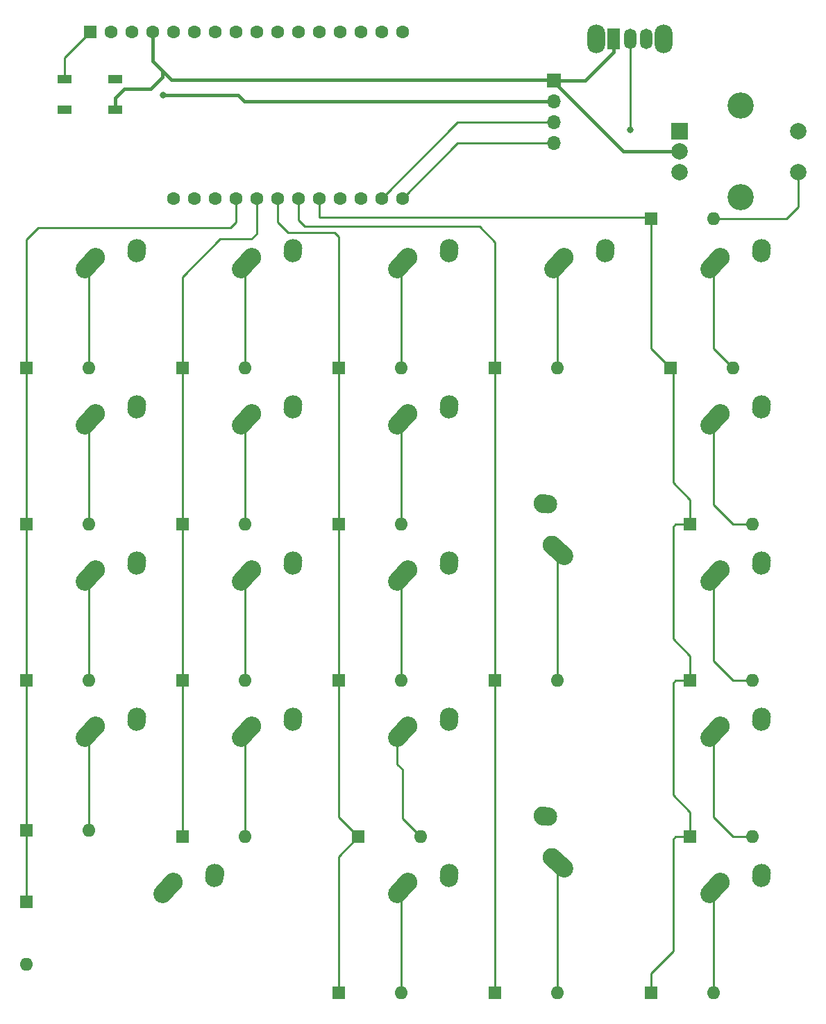
<source format=gtl>
G04 #@! TF.GenerationSoftware,KiCad,Pcbnew,(6.0.8)*
G04 #@! TF.CreationDate,2022-10-30T18:54:34+01:00*
G04 #@! TF.ProjectId,Project-macropad-V2,50726f6a-6563-4742-9d6d-6163726f7061,rev?*
G04 #@! TF.SameCoordinates,Original*
G04 #@! TF.FileFunction,Copper,L1,Top*
G04 #@! TF.FilePolarity,Positive*
%FSLAX46Y46*%
G04 Gerber Fmt 4.6, Leading zero omitted, Abs format (unit mm)*
G04 Created by KiCad (PCBNEW (6.0.8)) date 2022-10-30 18:54:34*
%MOMM*%
%LPD*%
G01*
G04 APERTURE LIST*
G04 Aperture macros list*
%AMHorizOval*
0 Thick line with rounded ends*
0 $1 width*
0 $2 $3 position (X,Y) of the first rounded end (center of the circle)*
0 $4 $5 position (X,Y) of the second rounded end (center of the circle)*
0 Add line between two ends*
20,1,$1,$2,$3,$4,$5,0*
0 Add two circle primitives to create the rounded ends*
1,1,$1,$2,$3*
1,1,$1,$4,$5*%
G04 Aperture macros list end*
G04 #@! TA.AperFunction,ComponentPad*
%ADD10C,2.250000*%
G04 #@! TD*
G04 #@! TA.AperFunction,ComponentPad*
%ADD11HorizOval,2.250000X0.655001X0.730000X-0.655001X-0.730000X0*%
G04 #@! TD*
G04 #@! TA.AperFunction,ComponentPad*
%ADD12HorizOval,2.250000X0.020000X0.290000X-0.020000X-0.290000X0*%
G04 #@! TD*
G04 #@! TA.AperFunction,ComponentPad*
%ADD13R,1.600000X1.600000*%
G04 #@! TD*
G04 #@! TA.AperFunction,ComponentPad*
%ADD14O,1.600000X1.600000*%
G04 #@! TD*
G04 #@! TA.AperFunction,ComponentPad*
%ADD15R,1.700000X1.700000*%
G04 #@! TD*
G04 #@! TA.AperFunction,ComponentPad*
%ADD16O,1.700000X1.700000*%
G04 #@! TD*
G04 #@! TA.AperFunction,ComponentPad*
%ADD17HorizOval,2.250000X-0.730000X0.655001X0.730000X-0.655001X0*%
G04 #@! TD*
G04 #@! TA.AperFunction,ComponentPad*
%ADD18HorizOval,2.250000X-0.290000X0.020000X0.290000X-0.020000X0*%
G04 #@! TD*
G04 #@! TA.AperFunction,ComponentPad*
%ADD19R,2.000000X2.000000*%
G04 #@! TD*
G04 #@! TA.AperFunction,ComponentPad*
%ADD20C,2.000000*%
G04 #@! TD*
G04 #@! TA.AperFunction,ComponentPad*
%ADD21C,3.200000*%
G04 #@! TD*
G04 #@! TA.AperFunction,ComponentPad*
%ADD22O,1.500000X2.500000*%
G04 #@! TD*
G04 #@! TA.AperFunction,ComponentPad*
%ADD23R,1.500000X2.500000*%
G04 #@! TD*
G04 #@! TA.AperFunction,ComponentPad*
%ADD24O,2.200000X3.500000*%
G04 #@! TD*
G04 #@! TA.AperFunction,ComponentPad*
%ADD25C,1.600000*%
G04 #@! TD*
G04 #@! TA.AperFunction,SMDPad,CuDef*
%ADD26R,1.800000X1.100000*%
G04 #@! TD*
G04 #@! TA.AperFunction,ViaPad*
%ADD27C,0.800000*%
G04 #@! TD*
G04 #@! TA.AperFunction,Conductor*
%ADD28C,0.254000*%
G04 #@! TD*
G04 #@! TA.AperFunction,Conductor*
%ADD29C,0.381000*%
G04 #@! TD*
G04 APERTURE END LIST*
D10*
G04 #@! TO.P,MX6,1,COL*
G04 #@! TO.N,Net-(D6-Pad2)*
X137200000Y-53150000D03*
D11*
X136545001Y-53880000D03*
D12*
G04 #@! TO.P,MX6,2,ROW*
G04 #@! TO.N,ROW1*
X142220000Y-52360000D03*
D10*
X142240000Y-52070000D03*
G04 #@! TD*
D13*
G04 #@! TO.P,D13,1,K*
G04 #@! TO.N,COL2*
X150177500Y-123825000D03*
D14*
G04 #@! TO.P,D13,2,A*
G04 #@! TO.N,Net-(D13-Pad2)*
X157797500Y-123825000D03*
G04 #@! TD*
D15*
G04 #@! TO.P,J1,1,Pin_1*
G04 #@! TO.N,GND*
X174079000Y-31611000D03*
D16*
G04 #@! TO.P,J1,2,Pin_2*
G04 #@! TO.N,+3V3*
X174079000Y-34151000D03*
G04 #@! TO.P,J1,3,Pin_3*
G04 #@! TO.N,SCL*
X174079000Y-36691000D03*
G04 #@! TO.P,J1,4,Pin_4*
G04 #@! TO.N,SDA*
X174079000Y-39231000D03*
G04 #@! TD*
D11*
G04 #@! TO.P,MX18,1,COL*
G04 #@! TO.N,Net-(D18-Pad2)*
X193695001Y-53880000D03*
D10*
X194350000Y-53150000D03*
D12*
G04 #@! TO.P,MX18,2,ROW*
G04 #@! TO.N,ROW1*
X199370000Y-52360000D03*
D10*
X199390000Y-52070000D03*
G04 #@! TD*
D14*
G04 #@! TO.P,D4,2,A*
G04 #@! TO.N,Net-(D4-Pad2)*
X117316250Y-123031250D03*
D13*
G04 #@! TO.P,D4,1,K*
G04 #@! TO.N,COL0*
X109696250Y-123031250D03*
G04 #@! TD*
D17*
G04 #@! TO.P,MX16,1,COL*
G04 #@! TO.N,Net-(D16-Pad2)*
X174530000Y-88879999D03*
D10*
X173800000Y-88225000D03*
D18*
G04 #@! TO.P,MX16,2,ROW*
G04 #@! TO.N,ROW2*
X173010000Y-83205000D03*
D10*
X172720000Y-83185000D03*
G04 #@! TD*
G04 #@! TO.P,MX20,1,COL*
G04 #@! TO.N,Net-(D20-Pad2)*
X194350000Y-91250000D03*
D11*
X193695001Y-91980000D03*
D10*
G04 #@! TO.P,MX20,2,ROW*
G04 #@! TO.N,ROW3*
X199390000Y-90170000D03*
D12*
X199370000Y-90460000D03*
G04 #@! TD*
D10*
G04 #@! TO.P,MX1,1,COL*
G04 #@! TO.N,Net-(D1-Pad2)*
X118150000Y-53150000D03*
D11*
X117495001Y-53880000D03*
D12*
G04 #@! TO.P,MX1,2,ROW*
G04 #@! TO.N,ROW1*
X123170000Y-52360000D03*
D10*
X123190000Y-52070000D03*
G04 #@! TD*
G04 #@! TO.P,MX13,1,COL*
G04 #@! TO.N,Net-(D13-Pad2)*
X156250000Y-110300000D03*
D11*
X155595001Y-111030000D03*
D10*
G04 #@! TO.P,MX13,2,ROW*
G04 #@! TO.N,ROW4*
X161290000Y-109220000D03*
D12*
X161270000Y-109510000D03*
G04 #@! TD*
D13*
G04 #@! TO.P,D11,1,K*
G04 #@! TO.N,COL2*
X147796250Y-85725000D03*
D14*
G04 #@! TO.P,D11,2,A*
G04 #@! TO.N,Net-(D11-Pad2)*
X155416250Y-85725000D03*
G04 #@! TD*
D17*
G04 #@! TO.P,MX17,1,COL*
G04 #@! TO.N,Net-(D17-Pad2)*
X174530000Y-126979999D03*
D10*
X173800000Y-126325000D03*
D18*
G04 #@! TO.P,MX17,2,ROW*
G04 #@! TO.N,ROW4*
X173010000Y-121305000D03*
D10*
X172720000Y-121285000D03*
G04 #@! TD*
D14*
G04 #@! TO.P,D3,2,A*
G04 #@! TO.N,Net-(D3-Pad2)*
X117316250Y-104775000D03*
D13*
G04 #@! TO.P,D3,1,K*
G04 #@! TO.N,COL0*
X109696250Y-104775000D03*
G04 #@! TD*
G04 #@! TO.P,D7,1,K*
G04 #@! TO.N,COL1*
X128746250Y-85725000D03*
D14*
G04 #@! TO.P,D7,2,A*
G04 #@! TO.N,Net-(D7-Pad2)*
X136366250Y-85725000D03*
G04 #@! TD*
D10*
G04 #@! TO.P,MX7,1,COL*
G04 #@! TO.N,Net-(D7-Pad2)*
X137200000Y-72200000D03*
D11*
X136545001Y-72930000D03*
D12*
G04 #@! TO.P,MX7,2,ROW*
G04 #@! TO.N,ROW2*
X142220000Y-71410000D03*
D10*
X142240000Y-71120000D03*
G04 #@! TD*
D11*
G04 #@! TO.P,MX10,1,COL*
G04 #@! TO.N,Net-(D10-Pad2)*
X155595001Y-53880000D03*
D10*
X156250000Y-53150000D03*
G04 #@! TO.P,MX10,2,ROW*
G04 #@! TO.N,ROW1*
X161290000Y-52070000D03*
D12*
X161270000Y-52360000D03*
G04 #@! TD*
D10*
G04 #@! TO.P,MX14,1,COL*
G04 #@! TO.N,Net-(D14-Pad2)*
X156250000Y-129350000D03*
D11*
X155595001Y-130080000D03*
D12*
G04 #@! TO.P,MX14,2,ROW*
G04 #@! TO.N,ROW5*
X161270000Y-128560000D03*
D10*
X161290000Y-128270000D03*
G04 #@! TD*
D13*
G04 #@! TO.P,D14,1,K*
G04 #@! TO.N,COL2*
X147796250Y-142875000D03*
D14*
G04 #@! TO.P,D14,2,A*
G04 #@! TO.N,Net-(D14-Pad2)*
X155416250Y-142875000D03*
G04 #@! TD*
D13*
G04 #@! TO.P,D19,1,K*
G04 #@! TO.N,COL4*
X190658750Y-85725000D03*
D14*
G04 #@! TO.P,D19,2,A*
G04 #@! TO.N,Net-(D19-Pad2)*
X198278750Y-85725000D03*
G04 #@! TD*
D13*
G04 #@! TO.P,D9,1,K*
G04 #@! TO.N,COL1*
X128746250Y-123825000D03*
D14*
G04 #@! TO.P,D9,2,A*
G04 #@! TO.N,Net-(D9-Pad2)*
X136366250Y-123825000D03*
G04 #@! TD*
G04 #@! TO.P,D1,2,A*
G04 #@! TO.N,Net-(D1-Pad2)*
X117316250Y-66675000D03*
D13*
G04 #@! TO.P,D1,1,K*
G04 #@! TO.N,COL0*
X109696250Y-66675000D03*
G04 #@! TD*
G04 #@! TO.P,D5,1,K*
G04 #@! TO.N,COL0*
X109696250Y-131762500D03*
D14*
G04 #@! TO.P,D5,2,A*
G04 #@! TO.N,Net-(D5-Pad2)*
X109696250Y-139382500D03*
G04 #@! TD*
D11*
G04 #@! TO.P,MX11,1,COL*
G04 #@! TO.N,Net-(D11-Pad2)*
X155595001Y-72930000D03*
D10*
X156250000Y-72200000D03*
D12*
G04 #@! TO.P,MX11,2,ROW*
G04 #@! TO.N,ROW2*
X161270000Y-71410000D03*
D10*
X161290000Y-71120000D03*
G04 #@! TD*
D19*
G04 #@! TO.P,SW1,A,A*
G04 #@! TO.N,ROT1*
X189366798Y-37748048D03*
D20*
G04 #@! TO.P,SW1,B,B*
G04 #@! TO.N,ROT2*
X189366798Y-42748048D03*
G04 #@! TO.P,SW1,C,C*
G04 #@! TO.N,GND*
X189366798Y-40248048D03*
D21*
G04 #@! TO.P,SW1,MP*
G04 #@! TO.N,N/C*
X196866798Y-45848048D03*
X196866798Y-34648048D03*
D20*
G04 #@! TO.P,SW1,S1,S1*
G04 #@! TO.N,Net-(D23-Pad2)*
X203866798Y-42748048D03*
G04 #@! TO.P,SW1,S2,S2*
G04 #@! TO.N,ROW0*
X203866798Y-37748048D03*
G04 #@! TD*
D13*
G04 #@! TO.P,D12,1,K*
G04 #@! TO.N,COL2*
X147796250Y-104775000D03*
D14*
G04 #@! TO.P,D12,2,A*
G04 #@! TO.N,Net-(D12-Pad2)*
X155416250Y-104775000D03*
G04 #@! TD*
D22*
G04 #@! TO.P,SW3,3,C*
G04 #@! TO.N,unconnected-(SW3-Pad3)*
X185356250Y-26491250D03*
G04 #@! TO.P,SW3,2,B*
G04 #@! TO.N,Net-(A1-Pad27)*
X183356250Y-26491250D03*
D23*
G04 #@! TO.P,SW3,1,A*
G04 #@! TO.N,GND*
X181356250Y-26491250D03*
D24*
G04 #@! TO.P,SW3,*
G04 #@! TO.N,*
X187456250Y-26491250D03*
X179256250Y-26491250D03*
G04 #@! TD*
D13*
G04 #@! TO.P,A1,1,~{RESET}*
G04 #@! TO.N,Net-(A1-Pad1)*
X117475000Y-25666250D03*
D25*
G04 #@! TO.P,A1,2,3V3*
G04 #@! TO.N,+3V3*
X120015000Y-25666250D03*
G04 #@! TO.P,A1,3,AREF*
G04 #@! TO.N,unconnected-(A1-Pad3)*
X122555000Y-25666250D03*
G04 #@! TO.P,A1,4,GND*
G04 #@! TO.N,GND*
X125095000Y-25666250D03*
G04 #@! TO.P,A1,5,A0*
G04 #@! TO.N,ROW5*
X127635000Y-25666250D03*
G04 #@! TO.P,A1,6,A1*
G04 #@! TO.N,ROW4*
X130175000Y-25666250D03*
G04 #@! TO.P,A1,7,A2*
G04 #@! TO.N,ROW3*
X132715000Y-25666250D03*
G04 #@! TO.P,A1,8,A3*
G04 #@! TO.N,ROW2*
X135255000Y-25666250D03*
G04 #@! TO.P,A1,9,A4*
G04 #@! TO.N,ROW1*
X137795000Y-25666250D03*
G04 #@! TO.P,A1,10,A5*
G04 #@! TO.N,ROW0*
X140335000Y-25666250D03*
G04 #@! TO.P,A1,11,SCK/D15*
G04 #@! TO.N,unconnected-(A1-Pad11)*
X142875000Y-25666250D03*
G04 #@! TO.P,A1,12,MOSI/D16*
G04 #@! TO.N,unconnected-(A1-Pad12)*
X145415000Y-25666250D03*
G04 #@! TO.P,A1,13,MISO/D14*
G04 #@! TO.N,unconnected-(A1-Pad13)*
X147955000Y-25666250D03*
G04 #@! TO.P,A1,14,RX/D0*
G04 #@! TO.N,unconnected-(A1-Pad14)*
X150495000Y-25666250D03*
G04 #@! TO.P,A1,15,TX/D1*
G04 #@! TO.N,unconnected-(A1-Pad15)*
X153035000Y-25666250D03*
G04 #@! TO.P,A1,16,~{DFU}*
G04 #@! TO.N,unconnected-(A1-Pad16)*
X155575000Y-25666250D03*
G04 #@! TO.P,A1,17,SDA/D2*
G04 #@! TO.N,SDA*
X155575000Y-45986250D03*
G04 #@! TO.P,A1,18,SCL/D3*
G04 #@! TO.N,SCL*
X153035000Y-45986250D03*
G04 #@! TO.P,A1,19,D5*
G04 #@! TO.N,ROT1*
X150495000Y-45986250D03*
G04 #@! TO.P,A1,20,D6*
G04 #@! TO.N,ROT2*
X147955000Y-45986250D03*
G04 #@! TO.P,A1,21,D9*
G04 #@! TO.N,COL4*
X145415000Y-45986250D03*
G04 #@! TO.P,A1,22,D10*
G04 #@! TO.N,COL3*
X142875000Y-45986250D03*
G04 #@! TO.P,A1,23,D11*
G04 #@! TO.N,COL2*
X140335000Y-45986250D03*
G04 #@! TO.P,A1,24,D12*
G04 #@! TO.N,COL1*
X137795000Y-45986250D03*
G04 #@! TO.P,A1,25,D13*
G04 #@! TO.N,COL0*
X135255000Y-45986250D03*
G04 #@! TO.P,A1,26,USB*
G04 #@! TO.N,unconnected-(A1-Pad26)*
X132715000Y-45986250D03*
G04 #@! TO.P,A1,27,EN*
G04 #@! TO.N,Net-(A1-Pad27)*
X130175000Y-45986250D03*
G04 #@! TO.P,A1,28,VBAT*
G04 #@! TO.N,unconnected-(A1-Pad28)*
X127635000Y-45986250D03*
G04 #@! TD*
D11*
G04 #@! TO.P,MX3,1,COL*
G04 #@! TO.N,Net-(D3-Pad2)*
X117495001Y-91980000D03*
D10*
X118150000Y-91250000D03*
D12*
G04 #@! TO.P,MX3,2,ROW*
G04 #@! TO.N,ROW3*
X123170000Y-90460000D03*
D10*
X123190000Y-90170000D03*
G04 #@! TD*
D26*
G04 #@! TO.P,SW2,1,1*
G04 #@! TO.N,Net-(A1-Pad1)*
X114375000Y-31424000D03*
G04 #@! TO.P,SW2,2,2*
G04 #@! TO.N,GND*
X120575000Y-35124000D03*
G04 #@! TO.P,SW2,3*
G04 #@! TO.N,N/C*
X114375000Y-35124000D03*
G04 #@! TO.P,SW2,4*
X120575000Y-31424000D03*
G04 #@! TD*
D14*
G04 #@! TO.P,D23,2,A*
G04 #@! TO.N,Net-(D23-Pad2)*
X193516250Y-48418750D03*
D13*
G04 #@! TO.P,D23,1,K*
G04 #@! TO.N,COL4*
X185896250Y-48418750D03*
G04 #@! TD*
G04 #@! TO.P,D10,1,K*
G04 #@! TO.N,COL2*
X147796250Y-66675000D03*
D14*
G04 #@! TO.P,D10,2,A*
G04 #@! TO.N,Net-(D10-Pad2)*
X155416250Y-66675000D03*
G04 #@! TD*
D11*
G04 #@! TO.P,MX9,1,COL*
G04 #@! TO.N,Net-(D9-Pad2)*
X136545001Y-111030000D03*
D10*
X137200000Y-110300000D03*
D12*
G04 #@! TO.P,MX9,2,ROW*
G04 #@! TO.N,ROW4*
X142220000Y-109510000D03*
D10*
X142240000Y-109220000D03*
G04 #@! TD*
D13*
G04 #@! TO.P,D22,1,K*
G04 #@! TO.N,COL4*
X185896250Y-142875000D03*
D14*
G04 #@! TO.P,D22,2,A*
G04 #@! TO.N,Net-(D22-Pad2)*
X193516250Y-142875000D03*
G04 #@! TD*
D13*
G04 #@! TO.P,D20,1,K*
G04 #@! TO.N,COL4*
X190658750Y-104775000D03*
D14*
G04 #@! TO.P,D20,2,A*
G04 #@! TO.N,Net-(D20-Pad2)*
X198278750Y-104775000D03*
G04 #@! TD*
D11*
G04 #@! TO.P,MX19,1,COL*
G04 #@! TO.N,Net-(D19-Pad2)*
X193695001Y-72930000D03*
D10*
X194350000Y-72200000D03*
D12*
G04 #@! TO.P,MX19,2,ROW*
G04 #@! TO.N,ROW2*
X199370000Y-71410000D03*
D10*
X199390000Y-71120000D03*
G04 #@! TD*
G04 #@! TO.P,MX22,1,COL*
G04 #@! TO.N,Net-(D22-Pad2)*
X194350000Y-129350000D03*
D11*
X193695001Y-130080000D03*
D10*
G04 #@! TO.P,MX22,2,ROW*
G04 #@! TO.N,ROW5*
X199390000Y-128270000D03*
D12*
X199370000Y-128560000D03*
G04 #@! TD*
D11*
G04 #@! TO.P,MX2,1,COL*
G04 #@! TO.N,Net-(D2-Pad2)*
X117495001Y-72930000D03*
D10*
X118150000Y-72200000D03*
D12*
G04 #@! TO.P,MX2,2,ROW*
G04 #@! TO.N,ROW2*
X123170000Y-71410000D03*
D10*
X123190000Y-71120000D03*
G04 #@! TD*
D11*
G04 #@! TO.P,MX15,1,COL*
G04 #@! TO.N,Net-(D15-Pad2)*
X174645001Y-53880000D03*
D10*
X175300000Y-53150000D03*
G04 #@! TO.P,MX15,2,ROW*
G04 #@! TO.N,ROW1*
X180340000Y-52070000D03*
D12*
X180320000Y-52360000D03*
G04 #@! TD*
D13*
G04 #@! TO.P,D6,1,K*
G04 #@! TO.N,COL1*
X128746250Y-66675000D03*
D14*
G04 #@! TO.P,D6,2,A*
G04 #@! TO.N,Net-(D6-Pad2)*
X136366250Y-66675000D03*
G04 #@! TD*
D13*
G04 #@! TO.P,D8,1,K*
G04 #@! TO.N,COL1*
X128746250Y-104775000D03*
D14*
G04 #@! TO.P,D8,2,A*
G04 #@! TO.N,Net-(D8-Pad2)*
X136366250Y-104775000D03*
G04 #@! TD*
D10*
G04 #@! TO.P,MX4,1,COL*
G04 #@! TO.N,Net-(D4-Pad2)*
X118150000Y-110300000D03*
D11*
X117495001Y-111030000D03*
D10*
G04 #@! TO.P,MX4,2,ROW*
G04 #@! TO.N,ROW4*
X123190000Y-109220000D03*
D12*
X123170000Y-109510000D03*
G04 #@! TD*
D13*
G04 #@! TO.P,D15,1,K*
G04 #@! TO.N,COL3*
X166846250Y-66675000D03*
D14*
G04 #@! TO.P,D15,2,A*
G04 #@! TO.N,Net-(D15-Pad2)*
X174466250Y-66675000D03*
G04 #@! TD*
D10*
G04 #@! TO.P,MX8,1,COL*
G04 #@! TO.N,Net-(D8-Pad2)*
X137200000Y-91250000D03*
D11*
X136545001Y-91980000D03*
D10*
G04 #@! TO.P,MX8,2,ROW*
G04 #@! TO.N,ROW3*
X142240000Y-90170000D03*
D12*
X142220000Y-90460000D03*
G04 #@! TD*
D13*
G04 #@! TO.P,D16,1,K*
G04 #@! TO.N,COL3*
X166846250Y-104775000D03*
D14*
G04 #@! TO.P,D16,2,A*
G04 #@! TO.N,Net-(D16-Pad2)*
X174466250Y-104775000D03*
G04 #@! TD*
D10*
G04 #@! TO.P,MX5,1,COL*
G04 #@! TO.N,Net-(D5-Pad2)*
X127675000Y-129350000D03*
D11*
X127020001Y-130080000D03*
D12*
G04 #@! TO.P,MX5,2,ROW*
G04 #@! TO.N,ROW5*
X132695000Y-128560000D03*
D10*
X132715000Y-128270000D03*
G04 #@! TD*
G04 #@! TO.P,MX21,1,COL*
G04 #@! TO.N,Net-(D21-Pad2)*
X194350000Y-110300000D03*
D11*
X193695001Y-111030000D03*
D10*
G04 #@! TO.P,MX21,2,ROW*
G04 #@! TO.N,ROW4*
X199390000Y-109220000D03*
D12*
X199370000Y-109510000D03*
G04 #@! TD*
D13*
G04 #@! TO.P,D17,1,K*
G04 #@! TO.N,COL3*
X166846250Y-142875000D03*
D14*
G04 #@! TO.P,D17,2,A*
G04 #@! TO.N,Net-(D17-Pad2)*
X174466250Y-142875000D03*
G04 #@! TD*
G04 #@! TO.P,D2,2,A*
G04 #@! TO.N,Net-(D2-Pad2)*
X117316250Y-85725000D03*
D13*
G04 #@! TO.P,D2,1,K*
G04 #@! TO.N,COL0*
X109696250Y-85725000D03*
G04 #@! TD*
D11*
G04 #@! TO.P,MX12,1,COL*
G04 #@! TO.N,Net-(D12-Pad2)*
X155595001Y-91980000D03*
D10*
X156250000Y-91250000D03*
D12*
G04 #@! TO.P,MX12,2,ROW*
G04 #@! TO.N,ROW3*
X161270000Y-90460000D03*
D10*
X161290000Y-90170000D03*
G04 #@! TD*
D13*
G04 #@! TO.P,D18,1,K*
G04 #@! TO.N,COL4*
X188277500Y-66675000D03*
D14*
G04 #@! TO.P,D18,2,A*
G04 #@! TO.N,Net-(D18-Pad2)*
X195897500Y-66675000D03*
G04 #@! TD*
G04 #@! TO.P,D21,2,A*
G04 #@! TO.N,Net-(D21-Pad2)*
X198278750Y-123825000D03*
D13*
G04 #@! TO.P,D21,1,K*
G04 #@! TO.N,COL4*
X190658750Y-123825000D03*
G04 #@! TD*
D27*
G04 #@! TO.N,Net-(A1-Pad27)*
X183388000Y-37592000D03*
G04 #@! TO.N,+3V3*
X126365000Y-33401000D03*
G04 #@! TD*
D28*
G04 #@! TO.N,COL2*
X147796250Y-104775000D02*
X147796250Y-85725000D01*
X147796250Y-85725000D02*
X147796250Y-66675000D01*
X147796250Y-66675000D02*
X147796250Y-50641250D01*
X147796250Y-121443750D02*
X150177500Y-123825000D01*
X147796250Y-104775000D02*
X147796250Y-121443750D01*
X147796250Y-126206250D02*
X150177500Y-123825000D01*
X147796250Y-142875000D02*
X147796250Y-126206250D01*
G04 #@! TO.N,Net-(D13-Pad2)*
X155575000Y-115579605D02*
X155575000Y-121602500D01*
X155575000Y-121602500D02*
X157797500Y-123825000D01*
X154940000Y-114944605D02*
X155575000Y-115579605D01*
X154940000Y-111760000D02*
X154940000Y-114944605D01*
G04 #@! TO.N,Net-(D23-Pad2)*
X202406250Y-48418750D02*
X193516250Y-48418750D01*
X203866798Y-46958202D02*
X202406250Y-48418750D01*
X203866798Y-42748048D02*
X203866798Y-46958202D01*
G04 #@! TO.N,COL4*
X185737500Y-48260000D02*
X145415000Y-48260000D01*
X185896250Y-64293750D02*
X185896250Y-48418750D01*
X185896250Y-48418750D02*
X185737500Y-48260000D01*
X188595000Y-66992500D02*
X185896250Y-64293750D01*
X145415000Y-48260000D02*
X145415000Y-45986250D01*
X188595000Y-80645000D02*
X188595000Y-66992500D01*
X190658750Y-82708750D02*
X188595000Y-80645000D01*
X190658750Y-85725000D02*
X190658750Y-82708750D01*
G04 #@! TO.N,Net-(D16-Pad2)*
X174466250Y-90328750D02*
X174466250Y-104775000D01*
X175260000Y-89535000D02*
X174466250Y-90328750D01*
G04 #@! TO.N,Net-(D18-Pad2)*
X193516250Y-64293750D02*
X195897500Y-66675000D01*
X193516250Y-55086250D02*
X193516250Y-64293750D01*
X193040000Y-54610000D02*
X193516250Y-55086250D01*
G04 #@! TO.N,Net-(D15-Pad2)*
X174466250Y-55086250D02*
X174466250Y-66675000D01*
X173990000Y-54610000D02*
X174466250Y-55086250D01*
G04 #@! TO.N,Net-(D10-Pad2)*
X155416250Y-55086250D02*
X155416250Y-66675000D01*
X154940000Y-54610000D02*
X155416250Y-55086250D01*
G04 #@! TO.N,Net-(D12-Pad2)*
X154940000Y-92710000D02*
X155416250Y-93186250D01*
X155416250Y-93186250D02*
X155416250Y-104775000D01*
G04 #@! TO.N,Net-(D7-Pad2)*
X136366250Y-74136250D02*
X136366250Y-85725000D01*
X135890000Y-73660000D02*
X136366250Y-74136250D01*
G04 #@! TO.N,Net-(D6-Pad2)*
X136366250Y-55086250D02*
X136366250Y-66675000D01*
X135890000Y-54610000D02*
X136366250Y-55086250D01*
G04 #@! TO.N,Net-(D1-Pad2)*
X117316250Y-55086250D02*
X117316250Y-66675000D01*
X116840000Y-54610000D02*
X117316250Y-55086250D01*
G04 #@! TO.N,Net-(D2-Pad2)*
X117316250Y-74136250D02*
X117316250Y-85725000D01*
X116840000Y-73660000D02*
X117316250Y-74136250D01*
G04 #@! TO.N,Net-(D3-Pad2)*
X116840000Y-92710000D02*
X117316250Y-93186250D01*
X117316250Y-93186250D02*
X117316250Y-104775000D01*
G04 #@! TO.N,Net-(D4-Pad2)*
X117316250Y-112236250D02*
X117316250Y-123031250D01*
X116840000Y-111760000D02*
X117316250Y-112236250D01*
G04 #@! TO.N,COL2*
X147320000Y-50165000D02*
X147796250Y-50641250D01*
X141605000Y-50165000D02*
X147320000Y-50165000D01*
X140335000Y-48895000D02*
X141605000Y-50165000D01*
X140335000Y-45986250D02*
X140335000Y-48895000D01*
G04 #@! TO.N,Net-(D14-Pad2)*
X155416250Y-131286250D02*
X155416250Y-142875000D01*
X154940000Y-130810000D02*
X155416250Y-131286250D01*
G04 #@! TO.N,COL3*
X164973000Y-49403000D02*
X166846250Y-51276250D01*
X166846250Y-51276250D02*
X166846250Y-142875000D01*
X143637000Y-49403000D02*
X164973000Y-49403000D01*
X142875000Y-48641000D02*
X143637000Y-49403000D01*
X142875000Y-45986250D02*
X142875000Y-48641000D01*
G04 #@! TO.N,Net-(D17-Pad2)*
X174466250Y-128428750D02*
X174466250Y-142875000D01*
X175260000Y-127635000D02*
X174466250Y-128428750D01*
G04 #@! TO.N,COL4*
X185896250Y-140493750D02*
X185896250Y-142875000D01*
G04 #@! TO.N,Net-(D22-Pad2)*
X193516250Y-131286250D02*
X193516250Y-142875000D01*
X193040000Y-130810000D02*
X193516250Y-131286250D01*
G04 #@! TO.N,COL4*
X190658750Y-120808750D02*
X190658750Y-123825000D01*
X188595000Y-118745000D02*
X190658750Y-120808750D01*
X188912500Y-123825000D02*
X188595000Y-124142500D01*
X190658750Y-123825000D02*
X188912500Y-123825000D01*
G04 #@! TO.N,Net-(D21-Pad2)*
X195897500Y-123825000D02*
X193516250Y-121443750D01*
X198278750Y-123825000D02*
X195897500Y-123825000D01*
G04 #@! TO.N,COL4*
X190658750Y-101758750D02*
X190658750Y-104775000D01*
X188595000Y-99695000D02*
X190658750Y-101758750D01*
X188912500Y-104775000D02*
X188595000Y-105092500D01*
X190658750Y-104775000D02*
X188912500Y-104775000D01*
G04 #@! TO.N,Net-(D20-Pad2)*
X195897500Y-104775000D02*
X198278750Y-104775000D01*
X193516250Y-102393750D02*
X195897500Y-104775000D01*
G04 #@! TO.N,Net-(D19-Pad2)*
X195897500Y-85725000D02*
X198278750Y-85725000D01*
X193516250Y-83343750D02*
X195897500Y-85725000D01*
G04 #@! TO.N,COL4*
X188912500Y-85725000D02*
X188595000Y-86042500D01*
X190658750Y-85725000D02*
X188912500Y-85725000D01*
G04 #@! TO.N,Net-(D11-Pad2)*
X155416250Y-74136250D02*
X155416250Y-85725000D01*
X154940000Y-73660000D02*
X155416250Y-74136250D01*
G04 #@! TO.N,Net-(D8-Pad2)*
X136366250Y-93186250D02*
X136366250Y-104775000D01*
X135890000Y-92710000D02*
X136366250Y-93186250D01*
G04 #@! TO.N,Net-(D9-Pad2)*
X136366250Y-112236250D02*
X136366250Y-123825000D01*
X135890000Y-111760000D02*
X136366250Y-112236250D01*
G04 #@! TO.N,COL1*
X133350000Y-50927000D02*
X128746250Y-55530750D01*
X137795000Y-50292000D02*
X137160000Y-50927000D01*
X137160000Y-50927000D02*
X133350000Y-50927000D01*
X137795000Y-45986250D02*
X137795000Y-50292000D01*
X128746250Y-55530750D02*
X128746250Y-123825000D01*
D29*
G04 #@! TO.N,GND*
X177867500Y-31611000D02*
X174079000Y-31611000D01*
X181356250Y-28122250D02*
X177867500Y-31611000D01*
X181356250Y-26491250D02*
X181356250Y-28122250D01*
D28*
G04 #@! TO.N,COL0*
X111125000Y-49530000D02*
X109696250Y-50958750D01*
X134620000Y-49530000D02*
X111125000Y-49530000D01*
X109696250Y-50958750D02*
X109696250Y-64293750D01*
X135255000Y-48895000D02*
X134620000Y-49530000D01*
X135255000Y-45986250D02*
X135255000Y-48895000D01*
D29*
G04 #@! TO.N,GND*
X173964000Y-31496000D02*
X174079000Y-31611000D01*
X127381000Y-31496000D02*
X173964000Y-31496000D01*
X126301500Y-30416500D02*
X127381000Y-31496000D01*
G04 #@! TO.N,+3V3*
X135509000Y-33401000D02*
X136271000Y-34163000D01*
X126365000Y-33401000D02*
X135509000Y-33401000D01*
X174079000Y-34151000D02*
X136283000Y-34151000D01*
D28*
G04 #@! TO.N,SCL*
X153035000Y-45986250D02*
X162330250Y-36691000D01*
X162330250Y-36691000D02*
X174079000Y-36691000D01*
G04 #@! TO.N,SDA*
X162330250Y-39231000D02*
X155575000Y-45986250D01*
X174079000Y-39231000D02*
X162330250Y-39231000D01*
G04 #@! TO.N,Net-(A1-Pad27)*
X183356250Y-37560250D02*
X183388000Y-37592000D01*
X183356250Y-26491250D02*
X183356250Y-37560250D01*
D29*
G04 #@! TO.N,GND*
X126301500Y-30416500D02*
X125095000Y-29210000D01*
X124841000Y-32639000D02*
X126301500Y-31178500D01*
X126301500Y-31178500D02*
X126301500Y-30416500D01*
X121666000Y-32639000D02*
X124841000Y-32639000D01*
X120575000Y-33730000D02*
X121666000Y-32639000D01*
X120575000Y-35124000D02*
X120575000Y-33730000D01*
D28*
G04 #@! TO.N,Net-(A1-Pad1)*
X114375000Y-31424000D02*
X114375000Y-28766250D01*
X114375000Y-28766250D02*
X117475000Y-25666250D01*
D29*
G04 #@! TO.N,GND*
X125095000Y-29210000D02*
X125095000Y-25666250D01*
X189366798Y-40248048D02*
X182565048Y-40248048D01*
X182565048Y-40248048D02*
X174079000Y-31762000D01*
D28*
G04 #@! TO.N,COL4*
X188595000Y-86042500D02*
X188595000Y-99695000D01*
X188595000Y-105092500D02*
X188595000Y-118745000D01*
X188595000Y-137795000D02*
X185896250Y-140493750D01*
X188595000Y-124142500D02*
X188595000Y-137795000D01*
G04 #@! TO.N,Net-(D19-Pad2)*
X193516250Y-74136250D02*
X193516250Y-83343750D01*
X193040000Y-73660000D02*
X193516250Y-74136250D01*
G04 #@! TO.N,Net-(D20-Pad2)*
X193516250Y-93186250D02*
X193516250Y-102393750D01*
X193040000Y-92710000D02*
X193516250Y-93186250D01*
G04 #@! TO.N,Net-(D21-Pad2)*
X193516250Y-112236250D02*
X193516250Y-121443750D01*
X193040000Y-111760000D02*
X193516250Y-112236250D01*
G04 #@! TO.N,COL0*
X109696250Y-83343750D02*
X109696250Y-64293750D01*
X109696250Y-102393750D02*
X109696250Y-83343750D01*
X109696250Y-121443750D02*
X109696250Y-102393750D01*
X109696250Y-131762500D02*
X109696250Y-121443750D01*
G04 #@! TD*
M02*

</source>
